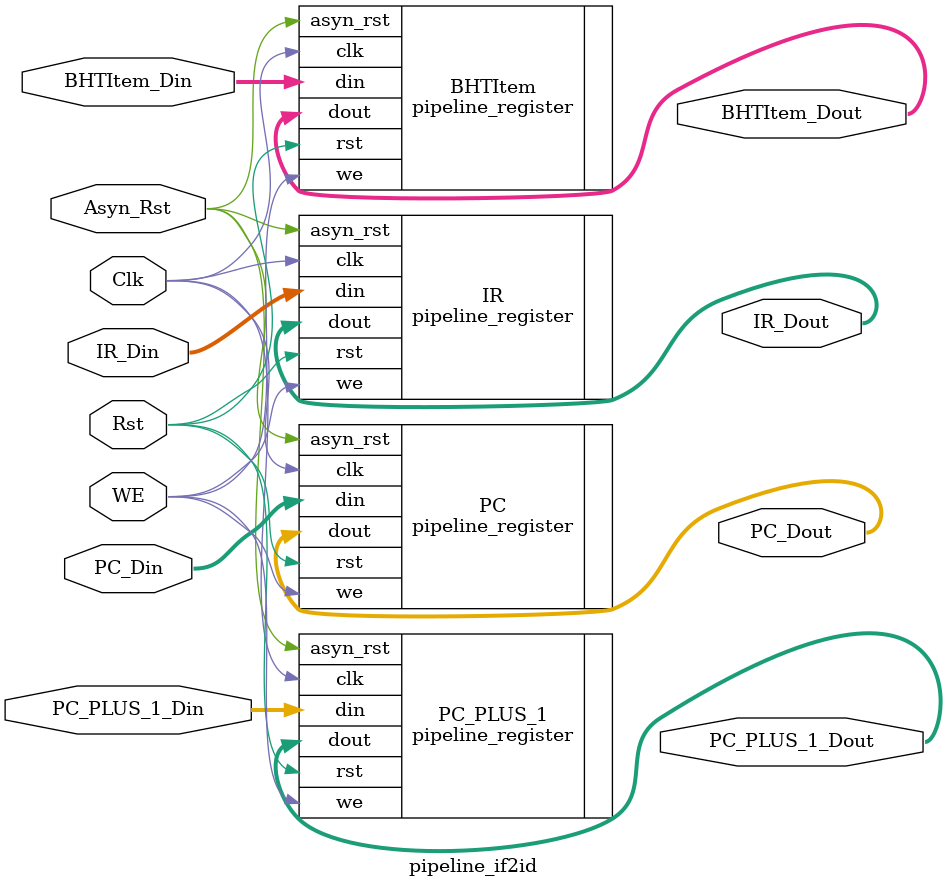
<source format=v>
`timescale 1ns / 1ps


module pipeline_if2id(
    input WE,
    input Rst,
    input Clk,
    input Asyn_Rst,
    input [8:0] BHTItem_Din,
    input [31:0] PC_PLUS_1_Din,
    input [31:0] PC_Din,
    input [31:0] IR_Din,
    output [8:0] BHTItem_Dout,
    output [31:0] PC_PLUS_1_Dout,
    output [31:0] PC_Dout,
    output [31:0] IR_Dout
    );
    pipeline_register #(9) BHTItem(.din(BHTItem_Din), .we(WE), .rst(Rst), .asyn_rst(Asyn_Rst), .clk(Clk), .dout(BHTItem_Dout));
    pipeline_register #(32) PC_PLUS_1(.din(PC_PLUS_1_Din), .we(WE), .rst(Rst), .asyn_rst(Asyn_Rst), .clk(Clk), .dout(PC_PLUS_1_Dout));
    pipeline_register #(32) PC(.din(PC_Din), .we(WE), .rst(Rst), .asyn_rst(Asyn_Rst), .clk(Clk), .dout(PC_Dout));
    pipeline_register #(32) IR(.din(IR_Din), .we(WE), .rst(Rst), .asyn_rst(Asyn_Rst), .clk(Clk), .dout(IR_Dout));
endmodule

</source>
